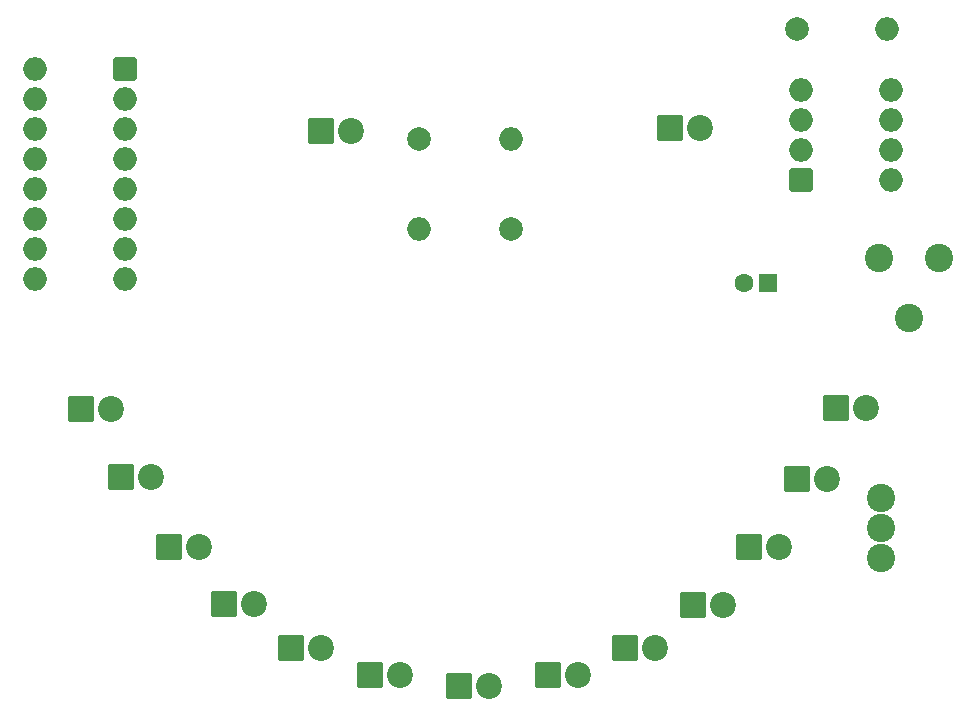
<source format=gbr>
%TF.GenerationSoftware,KiCad,Pcbnew,8.0.1*%
%TF.CreationDate,2024-05-08T14:34:23+02:00*%
%TF.ProjectId,Smiley,536d696c-6579-42e6-9b69-6361645f7063,rev?*%
%TF.SameCoordinates,Original*%
%TF.FileFunction,Soldermask,Top*%
%TF.FilePolarity,Negative*%
%FSLAX46Y46*%
G04 Gerber Fmt 4.6, Leading zero omitted, Abs format (unit mm)*
G04 Created by KiCad (PCBNEW 8.0.1) date 2024-05-08 14:34:23*
%MOMM*%
%LPD*%
G01*
G04 APERTURE LIST*
G04 Aperture macros list*
%AMRoundRect*
0 Rectangle with rounded corners*
0 $1 Rounding radius*
0 $2 $3 $4 $5 $6 $7 $8 $9 X,Y pos of 4 corners*
0 Add a 4 corners polygon primitive as box body*
4,1,4,$2,$3,$4,$5,$6,$7,$8,$9,$2,$3,0*
0 Add four circle primitives for the rounded corners*
1,1,$1+$1,$2,$3*
1,1,$1+$1,$4,$5*
1,1,$1+$1,$6,$7*
1,1,$1+$1,$8,$9*
0 Add four rect primitives between the rounded corners*
20,1,$1+$1,$2,$3,$4,$5,0*
20,1,$1+$1,$4,$5,$6,$7,0*
20,1,$1+$1,$6,$7,$8,$9,0*
20,1,$1+$1,$8,$9,$2,$3,0*%
G04 Aperture macros list end*
%ADD10RoundRect,0.200000X-0.900000X-0.900000X0.900000X-0.900000X0.900000X0.900000X-0.900000X0.900000X0*%
%ADD11C,2.200000*%
%ADD12RoundRect,0.200000X0.600000X0.600000X-0.600000X0.600000X-0.600000X-0.600000X0.600000X-0.600000X0*%
%ADD13C,1.600000*%
%ADD14C,2.000000*%
%ADD15O,2.000000X2.000000*%
%ADD16C,2.400000*%
%ADD17RoundRect,0.200000X-0.800000X-0.800000X0.800000X-0.800000X0.800000X0.800000X-0.800000X0.800000X0*%
%ADD18RoundRect,0.200000X0.800000X0.800000X-0.800000X0.800000X-0.800000X-0.800000X0.800000X-0.800000X0*%
G04 APERTURE END LIST*
D10*
%TO.C,D1*%
X156858600Y-122139100D03*
D11*
X159398600Y-122139100D03*
%TD*%
D10*
%TO.C,D2*%
X164348600Y-121189100D03*
D11*
X166888600Y-121189100D03*
%TD*%
D10*
%TO.C,D3*%
X170938600Y-118929100D03*
D11*
X173478600Y-118929100D03*
%TD*%
D10*
%TO.C,D4*%
X176668600Y-115279100D03*
D11*
X179208600Y-115279100D03*
%TD*%
D10*
%TO.C,D5*%
X181448600Y-110399100D03*
D11*
X183988600Y-110399100D03*
%TD*%
D10*
%TO.C,D6*%
X185476600Y-104592100D03*
D11*
X188016600Y-104592100D03*
%TD*%
D10*
%TO.C,D7*%
X188758600Y-98623100D03*
D11*
X191298600Y-98623100D03*
%TD*%
D10*
%TO.C,D8*%
X174681600Y-74874100D03*
D11*
X177221600Y-74874100D03*
%TD*%
D10*
%TO.C,D22*%
X149278600Y-121189100D03*
D11*
X151818600Y-121189100D03*
%TD*%
D10*
%TO.C,D33*%
X142638600Y-118889100D03*
D11*
X145178600Y-118889100D03*
%TD*%
D10*
%TO.C,D44*%
X136948600Y-115229100D03*
D11*
X139488600Y-115229100D03*
%TD*%
D10*
%TO.C,D55*%
X132258600Y-110399100D03*
D11*
X134798600Y-110399100D03*
%TD*%
D10*
%TO.C,D66*%
X128198600Y-104489100D03*
D11*
X130738600Y-104489100D03*
%TD*%
D10*
%TO.C,D77*%
X124808600Y-98669100D03*
D11*
X127348600Y-98669100D03*
%TD*%
D10*
%TO.C,D88*%
X145148600Y-75139100D03*
D11*
X147688600Y-75139100D03*
%TD*%
D12*
%TO.C,C1*%
X183000000Y-88000000D03*
D13*
X181000000Y-88000000D03*
%TD*%
D14*
%TO.C,R1*%
X185500000Y-66500000D03*
D15*
X193120000Y-66500000D03*
%TD*%
D14*
%TO.C,Ra*%
X153508600Y-75859100D03*
D15*
X153508600Y-83479100D03*
%TD*%
D14*
%TO.C,Rm*%
X161219600Y-83446600D03*
D15*
X161219600Y-75826600D03*
%TD*%
D16*
%TO.C,S1*%
X192588600Y-111299100D03*
X192588600Y-108759100D03*
X192588600Y-106219100D03*
%TD*%
D17*
%TO.C,NE555*%
X185813700Y-79298800D03*
D15*
X185813700Y-76758800D03*
X185813700Y-74218800D03*
X185813700Y-71678800D03*
X193433700Y-71678800D03*
X193433700Y-74218800D03*
X193433700Y-76758800D03*
X193433700Y-79298800D03*
%TD*%
D18*
%TO.C,CD4017*%
X128580600Y-69921100D03*
D15*
X128580600Y-72461100D03*
X128580600Y-75001100D03*
X128580600Y-77541100D03*
X128580600Y-80081100D03*
X128580600Y-82621100D03*
X128580600Y-85161100D03*
X128580600Y-87701100D03*
X120960600Y-87701100D03*
X120960600Y-85161100D03*
X120960600Y-82621100D03*
X120960600Y-80081100D03*
X120960600Y-77541100D03*
X120960600Y-75001100D03*
X120960600Y-72461100D03*
X120960600Y-69921100D03*
%TD*%
D16*
%TO.C,REF\u002A\u002A*%
X197497700Y-85864700D03*
X192417700Y-85864700D03*
X194957700Y-90944700D03*
%TD*%
M02*

</source>
